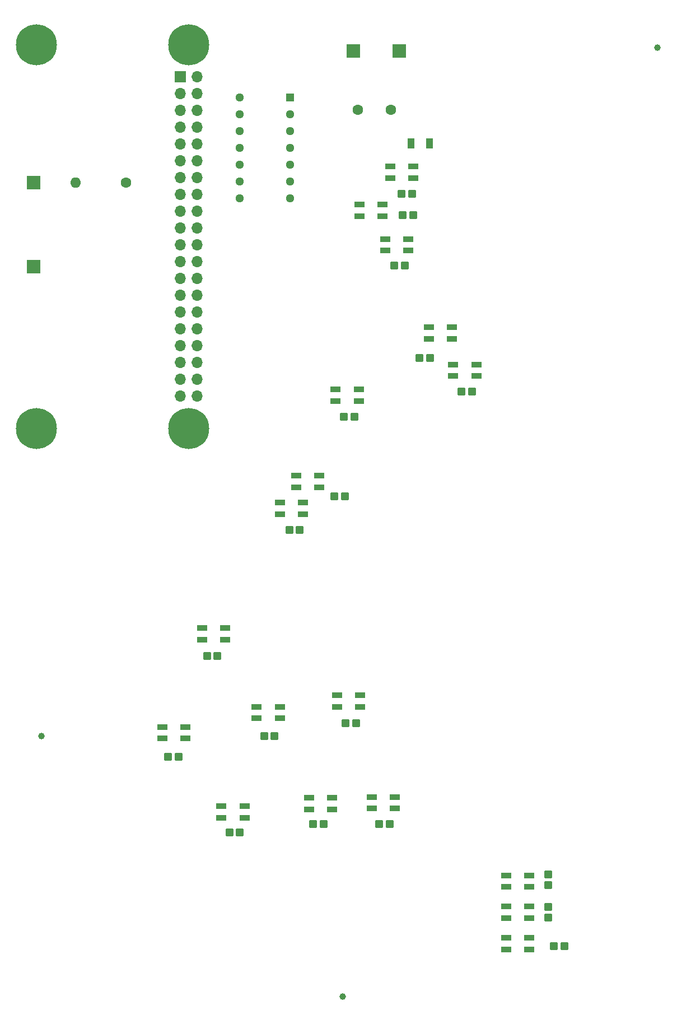
<source format=gts>
G04 #@! TF.GenerationSoftware,KiCad,Pcbnew,7.0.7*
G04 #@! TF.CreationDate,2023-09-07T11:23:27-07:00*
G04 #@! TF.ProjectId,bivariate-bivalve,62697661-7269-4617-9465-2d626976616c,rev?*
G04 #@! TF.SameCoordinates,Original*
G04 #@! TF.FileFunction,Soldermask,Top*
G04 #@! TF.FilePolarity,Negative*
%FSLAX46Y46*%
G04 Gerber Fmt 4.6, Leading zero omitted, Abs format (unit mm)*
G04 Created by KiCad (PCBNEW 7.0.7) date 2023-09-07 11:23:27*
%MOMM*%
%LPD*%
G01*
G04 APERTURE LIST*
G04 Aperture macros list*
%AMRoundRect*
0 Rectangle with rounded corners*
0 $1 Rounding radius*
0 $2 $3 $4 $5 $6 $7 $8 $9 X,Y pos of 4 corners*
0 Add a 4 corners polygon primitive as box body*
4,1,4,$2,$3,$4,$5,$6,$7,$8,$9,$2,$3,0*
0 Add four circle primitives for the rounded corners*
1,1,$1+$1,$2,$3*
1,1,$1+$1,$4,$5*
1,1,$1+$1,$6,$7*
1,1,$1+$1,$8,$9*
0 Add four rect primitives between the rounded corners*
20,1,$1+$1,$2,$3,$4,$5,0*
20,1,$1+$1,$4,$5,$6,$7,0*
20,1,$1+$1,$6,$7,$8,$9,0*
20,1,$1+$1,$8,$9,$2,$3,0*%
G04 Aperture macros list end*
%ADD10C,1.000000*%
%ADD11C,1.600000*%
%ADD12O,1.600000X1.600000*%
%ADD13R,1.700000X1.700000*%
%ADD14O,1.700000X1.700000*%
%ADD15C,6.200000*%
%ADD16R,1.600000X0.850000*%
%ADD17C,1.295400*%
%ADD18R,1.295400X1.295400*%
%ADD19RoundRect,0.102000X-0.470000X-0.510000X0.470000X-0.510000X0.470000X0.510000X-0.470000X0.510000X0*%
%ADD20RoundRect,0.102000X0.510000X-0.470000X0.510000X0.470000X-0.510000X0.470000X-0.510000X-0.470000X0*%
%ADD21R,1.117600X1.600200*%
%ADD22RoundRect,0.250001X0.799999X0.799999X-0.799999X0.799999X-0.799999X-0.799999X0.799999X-0.799999X0*%
%ADD23RoundRect,0.102000X0.470000X0.510000X-0.470000X0.510000X-0.470000X-0.510000X0.470000X-0.510000X0*%
G04 APERTURE END LIST*
D10*
G04 #@! TO.C,REF\u002A\u002A*
X54290000Y-140470000D03*
G04 #@! TD*
G04 #@! TO.C,REF\u002A\u002A*
X99820000Y-179770000D03*
G04 #@! TD*
G04 #@! TO.C,REF\u002A\u002A*
X147460000Y-36340000D03*
G04 #@! TD*
D11*
G04 #@! TO.C,R1*
X67050000Y-56750000D03*
D12*
X59430000Y-56750000D03*
G04 #@! TD*
D13*
G04 #@! TO.C,J1*
X75310000Y-40805000D03*
D14*
X77850000Y-40805000D03*
X75310000Y-43345000D03*
X77850000Y-43345000D03*
X75310000Y-45885000D03*
X77850000Y-45885000D03*
X75310000Y-48425000D03*
X77850000Y-48425000D03*
X75310000Y-50965000D03*
X77850000Y-50965000D03*
X75310000Y-53505000D03*
X77850000Y-53505000D03*
X75310000Y-56045000D03*
X77850000Y-56045000D03*
X75310000Y-58585000D03*
X77850000Y-58585000D03*
X75310000Y-61125000D03*
X77850000Y-61125000D03*
X75310000Y-63665000D03*
X77850000Y-63665000D03*
X75310000Y-66205000D03*
X77850000Y-66205000D03*
X75310000Y-68745000D03*
X77850000Y-68745000D03*
X75310000Y-71285000D03*
X77850000Y-71285000D03*
X75310000Y-73825000D03*
X77850000Y-73825000D03*
X75310000Y-76365000D03*
X77850000Y-76365000D03*
X75310000Y-78905000D03*
X77850000Y-78905000D03*
X75310000Y-81445000D03*
X77850000Y-81445000D03*
X75310000Y-83985000D03*
X77850000Y-83985000D03*
X75310000Y-86525000D03*
X77850000Y-86525000D03*
X75310000Y-89065000D03*
X77850000Y-89065000D03*
G04 #@! TD*
D15*
G04 #@! TO.C,*
X76570000Y-35945000D03*
G04 #@! TD*
G04 #@! TO.C,*
X53570000Y-93945000D03*
G04 #@! TD*
G04 #@! TO.C,*
X76570000Y-93945000D03*
G04 #@! TD*
G04 #@! TO.C,*
X53570000Y-35945000D03*
G04 #@! TD*
D16*
G04 #@! TO.C,D17*
X124553900Y-166210000D03*
X124553900Y-167960000D03*
X128053900Y-167960000D03*
X128053900Y-166210000D03*
G04 #@! TD*
G04 #@! TO.C,D4*
X112857200Y-78661280D03*
X112857200Y-80411280D03*
X116357200Y-80411280D03*
X116357200Y-78661280D03*
G04 #@! TD*
G04 #@! TO.C,D3*
X106276060Y-65300880D03*
X106276060Y-67050880D03*
X109776060Y-67050880D03*
X109776060Y-65300880D03*
G04 #@! TD*
D17*
G04 #@! TO.C,U1*
X84305000Y-43895000D03*
X84305000Y-46435000D03*
X84305000Y-48975000D03*
X84305000Y-51515000D03*
X84305000Y-54055000D03*
X84305000Y-56595000D03*
X84305000Y-59135000D03*
X91925000Y-59135000D03*
X91925000Y-56595000D03*
X91925000Y-54055000D03*
X91925000Y-51515000D03*
X91925000Y-48975000D03*
X91925000Y-46435000D03*
D18*
X91925000Y-43895000D03*
G04 #@! TD*
D16*
G04 #@! TO.C,D8*
X90335020Y-105145860D03*
X90335020Y-106895860D03*
X93835020Y-106895860D03*
X93835020Y-105145860D03*
G04 #@! TD*
G04 #@! TO.C,D2*
X102377160Y-60081180D03*
X102377160Y-61831180D03*
X105877160Y-61831180D03*
X105877160Y-60081180D03*
G04 #@! TD*
G04 #@! TO.C,D18*
X128053900Y-170929320D03*
X128053900Y-172679320D03*
X124553900Y-172679320D03*
X124553900Y-170929320D03*
G04 #@! TD*
G04 #@! TO.C,D16*
X128053900Y-161493220D03*
X128053900Y-163243220D03*
X124553900Y-163243220D03*
X124553900Y-161493220D03*
G04 #@! TD*
D19*
G04 #@! TO.C,C18*
X133355000Y-172165000D03*
X131775000Y-172165000D03*
G04 #@! TD*
D20*
G04 #@! TO.C,C17*
X130925000Y-167875000D03*
X130925000Y-166295000D03*
G04 #@! TD*
G04 #@! TO.C,C16*
X130925000Y-162950000D03*
X130925000Y-161370000D03*
G04 #@! TD*
D21*
G04 #@! TO.C,R3*
X110213000Y-50880000D03*
X113007000Y-50880000D03*
G04 #@! TD*
D22*
G04 #@! TO.C,J5*
X101450000Y-36910000D03*
G04 #@! TD*
G04 #@! TO.C,J4*
X108435000Y-36910000D03*
G04 #@! TD*
G04 #@! TO.C,J3*
X53150000Y-69490000D03*
G04 #@! TD*
G04 #@! TO.C,J2*
X53150000Y-56790000D03*
G04 #@! TD*
D16*
G04 #@! TO.C,D15*
X81495820Y-151020800D03*
X81495820Y-152770800D03*
X84995820Y-152770800D03*
X84995820Y-151020800D03*
G04 #@! TD*
G04 #@! TO.C,D14*
X98236840Y-149745720D03*
X98236840Y-151495720D03*
X94736840Y-151495720D03*
X94736840Y-149745720D03*
G04 #@! TD*
G04 #@! TO.C,D13*
X107751680Y-149646660D03*
X107751680Y-151396660D03*
X104251680Y-151396660D03*
X104251680Y-149646660D03*
G04 #@! TD*
G04 #@! TO.C,D12*
X99006580Y-134259340D03*
X99006580Y-136009340D03*
X102506580Y-136009340D03*
X102506580Y-134259340D03*
G04 #@! TD*
G04 #@! TO.C,D11*
X86842520Y-136009400D03*
X86842520Y-137759400D03*
X90342520Y-137759400D03*
X90342520Y-136009400D03*
G04 #@! TD*
G04 #@! TO.C,D10*
X76057560Y-139062480D03*
X76057560Y-140812480D03*
X72557560Y-140812480D03*
X72557560Y-139062480D03*
G04 #@! TD*
G04 #@! TO.C,D9*
X78572280Y-124106960D03*
X78572280Y-125856960D03*
X82072280Y-125856960D03*
X82072280Y-124106960D03*
G04 #@! TD*
G04 #@! TO.C,D7*
X92821680Y-101079320D03*
X92821680Y-102829320D03*
X96321680Y-102829320D03*
X96321680Y-101079320D03*
G04 #@! TD*
G04 #@! TO.C,D6*
X98772900Y-88056740D03*
X98772900Y-89806740D03*
X102272900Y-89806740D03*
X102272900Y-88056740D03*
G04 #@! TD*
G04 #@! TO.C,D5*
X120052900Y-84267060D03*
X120052900Y-86017060D03*
X116552900Y-86017060D03*
X116552900Y-84267060D03*
G04 #@! TD*
G04 #@! TO.C,D1*
X110520280Y-54371260D03*
X110520280Y-56121260D03*
X107020280Y-56121260D03*
X107020280Y-54371260D03*
G04 #@! TD*
D23*
G04 #@! TO.C,C15*
X82725000Y-155020000D03*
X84305000Y-155020000D03*
G04 #@! TD*
G04 #@! TO.C,C14*
X95365000Y-153750000D03*
X96945000Y-153750000D03*
G04 #@! TD*
G04 #@! TO.C,C13*
X105370000Y-153750000D03*
X106950000Y-153750000D03*
G04 #@! TD*
D11*
G04 #@! TO.C,C19*
X107165000Y-45800000D03*
X102165000Y-45800000D03*
G04 #@! TD*
D23*
G04 #@! TO.C,C3*
X107645000Y-69295000D03*
X109225000Y-69295000D03*
G04 #@! TD*
G04 #@! TO.C,C2*
X108915000Y-61675000D03*
X110495000Y-61675000D03*
G04 #@! TD*
G04 #@! TO.C,C1*
X108760000Y-58500000D03*
X110340000Y-58500000D03*
G04 #@! TD*
G04 #@! TO.C,C6*
X100025000Y-92155000D03*
X101605000Y-92155000D03*
G04 #@! TD*
D19*
G04 #@! TO.C,C5*
X119385000Y-88345000D03*
X117805000Y-88345000D03*
G04 #@! TD*
G04 #@! TO.C,C4*
X113035000Y-83265000D03*
X111455000Y-83265000D03*
G04 #@! TD*
D23*
G04 #@! TO.C,C9*
X79335000Y-128350000D03*
X80915000Y-128350000D03*
G04 #@! TD*
G04 #@! TO.C,C8*
X93350000Y-109300000D03*
X91770000Y-109300000D03*
G04 #@! TD*
G04 #@! TO.C,C7*
X98600000Y-104220000D03*
X100180000Y-104220000D03*
G04 #@! TD*
D19*
G04 #@! TO.C,C12*
X101870000Y-138510000D03*
X100290000Y-138510000D03*
G04 #@! TD*
G04 #@! TO.C,C11*
X89540000Y-140415000D03*
X87960000Y-140415000D03*
G04 #@! TD*
G04 #@! TO.C,C10*
X75045000Y-143590000D03*
X73465000Y-143590000D03*
G04 #@! TD*
M02*

</source>
